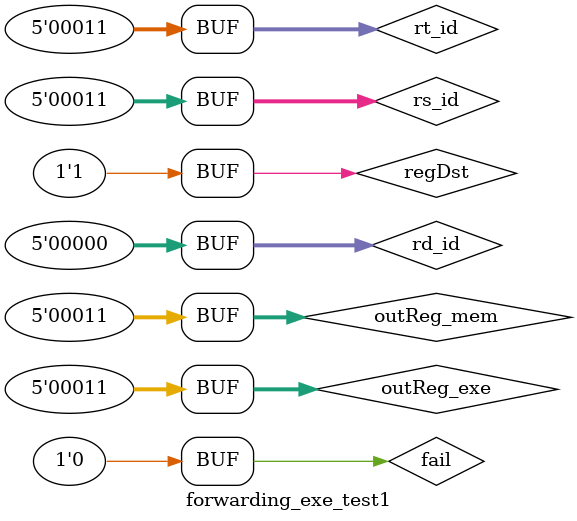
<source format=v>
`timescale 1ns / 1ps


module forwarding_exe_test1;

	// Inputs
	reg [4:0] rs_id;
	reg [4:0] rd_id;
	reg [4:0] rt_id;
	reg regDst;
	reg [4:0] outReg_exe;
	reg [4:0] outReg_mem;

	// Outputs
	wire [1:0] selector_salida_a;
	wire [1:0] selector_salida_b;

	// Instantiate the Unit Under Test (UUT)
	forwarding_exe uut (
		.rs_id(rs_id), 
		.rd_id(rd_id), 
		.rt_id(rt_id), 
		.regDst(regDst), 
		.outReg_exe(outReg_exe), 
		.outReg_mem(outReg_mem), 
		.selector_salida_a(selector_salida_a), 
		.selector_salida_b(selector_salida_b)
	);

	reg fail = 0;

	initial begin
		// Initialize Inputs
		rs_id = 0;
		rd_id = 0;
		rt_id = 0;
		regDst = 0;
		outReg_exe = 0;
		outReg_mem = 0;

		// Wait 100 ns for global reset to finish
		#100;
        
		// Add stimulus here
		/*
			TEST 1: Caso feliz
			
			Expected result: 
				selector_salida_a = 00 (rs_id = 3)
				selector_salida_b = 00 (rt_id = 0)
		*/
		rs_id = 3;
		rd_id = 6;
		rt_id = 0;
		regDst = 1; //salida real = rd
		outReg_exe = 4;
		outReg_mem = 8;
		#1;
		fail = (selector_salida_a == 2'b0) && (selector_salida_b == 2'b0);
		#100;
		fail = 0;
		
		/*
			TEST 2: Caso infeliz para a
			
			Expected result: 
				selector_salida_a = 01 (outReg_exe = 3)
				selector_salida_b = 00 (rt_id = 0)
		*/
		rs_id = 3;
		rd_id = 6;
		rt_id = 0;
		regDst = 1; //salida real = rd
		outReg_exe = 3;
		outReg_mem = 8;
		#1
		fail = (selector_salida_a == 01) && (selector_salida_b == 00);
		#100;
		fail = 0;
		
		/*
			TEST 3: Otro caso infeliz para a
			
			Expected result: 
				selector_salida_a = 10 (outReg_exe = 8)
				selector_salida_b = 00 (rt_id = 0)
		*/
		rs_id = 8;
		rd_id = 6;
		rt_id = 0;
		regDst = 1; //salida real = rd
		outReg_exe = 3;
		outReg_mem = 8;
		#1
		fail = (selector_salida_a == 10) && (selector_salida_b == 00);
		#100;
		fail = 0;
		
		/*
			TEST 4: Caso infeliz para b
			
			Expected result: 
				selector_salida_a = 00 (rs_id = 8)
				selector_salida_b = 01 (outReg_exe = 6)
		*/
		rs_id = 8;
		rd_id = 3;
		rt_id = 6;
		regDst = 1; //salida real = rd
		outReg_exe = 6;
		outReg_mem = 5;
		#1
		fail = (selector_salida_a == 00) && (selector_salida_b == 01);
		#100;
		fail = 0;
		
		/*
			TEST 5: Otro caso infeliz para b
			
			Expected result: 
				selector_salida_a = 00 (rs_id = 8)
				selector_salida_b = 10 (outReg_mem = 5)
		*/
		rs_id = 8;
		rd_id = 3;
		rt_id = 5;
		regDst = 1; //salida real = rd
		outReg_exe = 6;
		outReg_mem = 5;
		#1
		fail = (selector_salida_a == 00) && (selector_salida_b == 10);
		#100;
		fail = 0;
		
		/*
			TEST 6: Caso infeliz para b
			
			Expected result: 
				selector_salida_a = 00 (rs_id = 8)
				selector_salida_b = 01 (outReg_exe = 6)
		*/
		rs_id = 8;
		rd_id = 6;
		rt_id = 3;
		regDst = 0; //salida real = rt
		outReg_exe = 6;
		outReg_mem = 5;
		#1
		fail = (selector_salida_a == 00) && (selector_salida_b == 01);
		#100;
		fail = 0;
		
		/*
			TEST 7: Otro caso infeliz para b
			
			Expected result: 
				selector_salida_a = 00 (rs_id = 8)
				selector_salida_b = 10 (outReg_mem = 5)
		*/
		rs_id = 8;
		rd_id = 5;
		rt_id = 3;
		regDst = 0; //salida real = rt
		outReg_exe = 6;
		outReg_mem = 5;
		#1
		fail = (selector_salida_a == 00) && (selector_salida_b == 10);
		#100;
		fail = 0;
		
		/*
			TEST 8: Otro caso feliz con rd como entrada real
			
			Expected result: 
				selector_salida_a = 00 (rs_id = 3)
				selector_salida_b = 00 (rt_id = 0)
		*/
		rs_id = 3;
		rd_id = 6;
		rt_id = 0;
		regDst = 0; //salida real = rt
		outReg_exe = 4;
		outReg_mem = 8;
		#1
		fail = (selector_salida_a == 00) && (selector_salida_b == 00);
		#100;
		fail = 0;
	
		/*
			TEST 9: Caso infeliz con ambas entradas forwardeadas
			
			Expected result: 
				selector_salida_a = 01
				selector_salida_b = 10
		*/
		rs_id = 3;
		rd_id = 6;
		rt_id = 0;
		regDst = 0; //salida real = rt
		outReg_exe = 3;
		outReg_mem = 6;
		#1
		fail = (selector_salida_a == 01) && (selector_salida_b == 10);
		#100;
		fail = 0;

		/*
			TEST 10: Otro caso infeliz con ambas entradas forwardeadas
			
			Expected result: 
				selector_salida_a = 01
				selector_salida_b = 01
		*/
		rs_id = 3;
		rd_id = 3;
		rt_id = 0;
		regDst = 0; //salida real = rt
		outReg_exe = 3;
		outReg_mem = 3;
		#1
		fail = (selector_salida_a == 01) && (selector_salida_b == 01);
		#100;
		fail = 0;
		
		/*
			TEST 11: Otro caso infeliz con ambas entradas forwardeadas con rt como entrada real
			
			Expected result: 
				selector_salida_a = 01
				selector_salida_b = 01
		*/
		rs_id = 3;
		rd_id = 0;
		rt_id = 3;
		regDst = 1; //salida real = rt
		outReg_exe = 3;
		outReg_mem = 3;
		#1
		fail = (selector_salida_a == 01) && (selector_salida_b == 01);
		#100;
		fail = 0;
	end
      
endmodule


</source>
